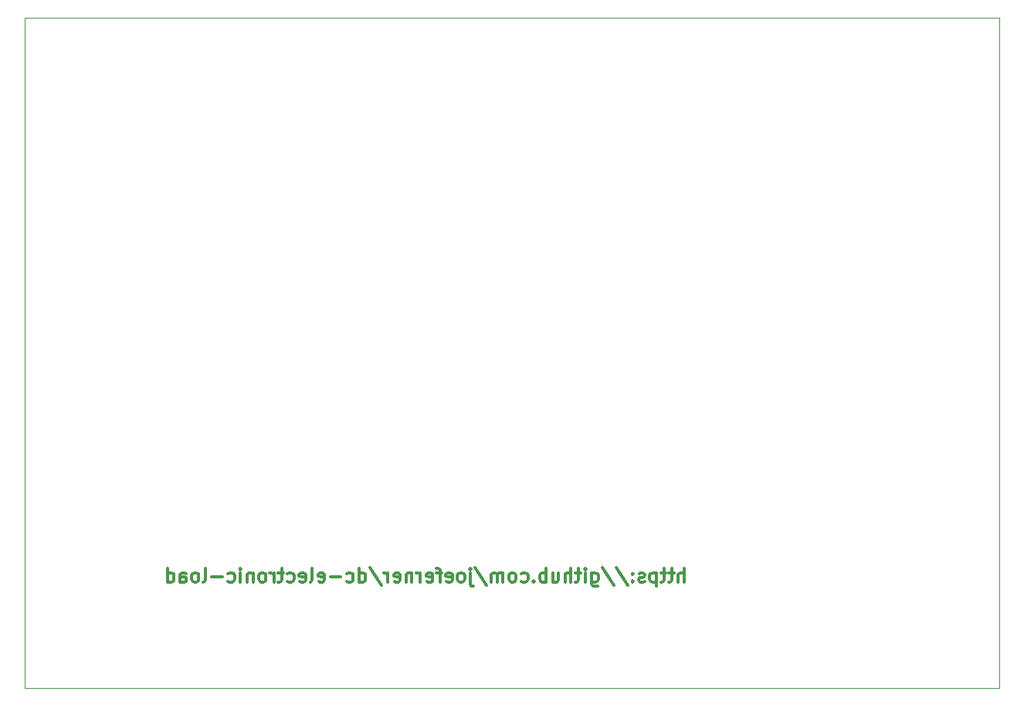
<source format=gbo>
%FSLAX46Y46*%
G04 Gerber Fmt 4.6, Leading zero omitted, Abs format (unit mm)*
G04 Created by KiCad (PCBNEW (2014-09-25 BZR 5147)-product) date Tue 30 Sep 2014 08:55:43 AM EDT*
%MOMM*%
G01*
G04 APERTURE LIST*
%ADD10C,0.100000*%
%ADD11C,0.300000*%
G04 APERTURE END LIST*
D10*
D11*
X172291429Y-127889111D02*
X172291429Y-126389111D01*
X171648572Y-127889111D02*
X171648572Y-127103397D01*
X171720001Y-126960540D01*
X171862858Y-126889111D01*
X172077143Y-126889111D01*
X172220001Y-126960540D01*
X172291429Y-127031969D01*
X171148572Y-126889111D02*
X170577143Y-126889111D01*
X170934286Y-126389111D02*
X170934286Y-127674826D01*
X170862858Y-127817683D01*
X170720000Y-127889111D01*
X170577143Y-127889111D01*
X170291429Y-126889111D02*
X169720000Y-126889111D01*
X170077143Y-126389111D02*
X170077143Y-127674826D01*
X170005715Y-127817683D01*
X169862857Y-127889111D01*
X169720000Y-127889111D01*
X169220000Y-126889111D02*
X169220000Y-128389111D01*
X169220000Y-126960540D02*
X169077143Y-126889111D01*
X168791429Y-126889111D01*
X168648572Y-126960540D01*
X168577143Y-127031969D01*
X168505714Y-127174826D01*
X168505714Y-127603397D01*
X168577143Y-127746254D01*
X168648572Y-127817683D01*
X168791429Y-127889111D01*
X169077143Y-127889111D01*
X169220000Y-127817683D01*
X167934286Y-127817683D02*
X167791429Y-127889111D01*
X167505714Y-127889111D01*
X167362857Y-127817683D01*
X167291429Y-127674826D01*
X167291429Y-127603397D01*
X167362857Y-127460540D01*
X167505714Y-127389111D01*
X167720000Y-127389111D01*
X167862857Y-127317683D01*
X167934286Y-127174826D01*
X167934286Y-127103397D01*
X167862857Y-126960540D01*
X167720000Y-126889111D01*
X167505714Y-126889111D01*
X167362857Y-126960540D01*
X166648571Y-127746254D02*
X166577143Y-127817683D01*
X166648571Y-127889111D01*
X166720000Y-127817683D01*
X166648571Y-127746254D01*
X166648571Y-127889111D01*
X166648571Y-126960540D02*
X166577143Y-127031969D01*
X166648571Y-127103397D01*
X166720000Y-127031969D01*
X166648571Y-126960540D01*
X166648571Y-127103397D01*
X164862857Y-126317683D02*
X166148571Y-128246254D01*
X163291428Y-126317683D02*
X164577142Y-128246254D01*
X162148570Y-126889111D02*
X162148570Y-128103397D01*
X162219999Y-128246254D01*
X162291427Y-128317683D01*
X162434284Y-128389111D01*
X162648570Y-128389111D01*
X162791427Y-128317683D01*
X162148570Y-127817683D02*
X162291427Y-127889111D01*
X162577141Y-127889111D01*
X162719999Y-127817683D01*
X162791427Y-127746254D01*
X162862856Y-127603397D01*
X162862856Y-127174826D01*
X162791427Y-127031969D01*
X162719999Y-126960540D01*
X162577141Y-126889111D01*
X162291427Y-126889111D01*
X162148570Y-126960540D01*
X161434284Y-127889111D02*
X161434284Y-126889111D01*
X161434284Y-126389111D02*
X161505713Y-126460540D01*
X161434284Y-126531969D01*
X161362856Y-126460540D01*
X161434284Y-126389111D01*
X161434284Y-126531969D01*
X160934284Y-126889111D02*
X160362855Y-126889111D01*
X160719998Y-126389111D02*
X160719998Y-127674826D01*
X160648570Y-127817683D01*
X160505712Y-127889111D01*
X160362855Y-127889111D01*
X159862855Y-127889111D02*
X159862855Y-126389111D01*
X159219998Y-127889111D02*
X159219998Y-127103397D01*
X159291427Y-126960540D01*
X159434284Y-126889111D01*
X159648569Y-126889111D01*
X159791427Y-126960540D01*
X159862855Y-127031969D01*
X157862855Y-126889111D02*
X157862855Y-127889111D01*
X158505712Y-126889111D02*
X158505712Y-127674826D01*
X158434284Y-127817683D01*
X158291426Y-127889111D01*
X158077141Y-127889111D01*
X157934284Y-127817683D01*
X157862855Y-127746254D01*
X157148569Y-127889111D02*
X157148569Y-126389111D01*
X157148569Y-126960540D02*
X157005712Y-126889111D01*
X156719998Y-126889111D01*
X156577141Y-126960540D01*
X156505712Y-127031969D01*
X156434283Y-127174826D01*
X156434283Y-127603397D01*
X156505712Y-127746254D01*
X156577141Y-127817683D01*
X156719998Y-127889111D01*
X157005712Y-127889111D01*
X157148569Y-127817683D01*
X155791426Y-127746254D02*
X155719998Y-127817683D01*
X155791426Y-127889111D01*
X155862855Y-127817683D01*
X155791426Y-127746254D01*
X155791426Y-127889111D01*
X154434283Y-127817683D02*
X154577140Y-127889111D01*
X154862854Y-127889111D01*
X155005712Y-127817683D01*
X155077140Y-127746254D01*
X155148569Y-127603397D01*
X155148569Y-127174826D01*
X155077140Y-127031969D01*
X155005712Y-126960540D01*
X154862854Y-126889111D01*
X154577140Y-126889111D01*
X154434283Y-126960540D01*
X153577140Y-127889111D02*
X153719998Y-127817683D01*
X153791426Y-127746254D01*
X153862855Y-127603397D01*
X153862855Y-127174826D01*
X153791426Y-127031969D01*
X153719998Y-126960540D01*
X153577140Y-126889111D01*
X153362855Y-126889111D01*
X153219998Y-126960540D01*
X153148569Y-127031969D01*
X153077140Y-127174826D01*
X153077140Y-127603397D01*
X153148569Y-127746254D01*
X153219998Y-127817683D01*
X153362855Y-127889111D01*
X153577140Y-127889111D01*
X152434283Y-127889111D02*
X152434283Y-126889111D01*
X152434283Y-127031969D02*
X152362855Y-126960540D01*
X152219997Y-126889111D01*
X152005712Y-126889111D01*
X151862855Y-126960540D01*
X151791426Y-127103397D01*
X151791426Y-127889111D01*
X151791426Y-127103397D02*
X151719997Y-126960540D01*
X151577140Y-126889111D01*
X151362855Y-126889111D01*
X151219997Y-126960540D01*
X151148569Y-127103397D01*
X151148569Y-127889111D01*
X149362855Y-126317683D02*
X150648569Y-128246254D01*
X148862854Y-126889111D02*
X148862854Y-128174826D01*
X148934283Y-128317683D01*
X149077140Y-128389111D01*
X149148568Y-128389111D01*
X148862854Y-126389111D02*
X148934283Y-126460540D01*
X148862854Y-126531969D01*
X148791426Y-126460540D01*
X148862854Y-126389111D01*
X148862854Y-126531969D01*
X147934282Y-127889111D02*
X148077140Y-127817683D01*
X148148568Y-127746254D01*
X148219997Y-127603397D01*
X148219997Y-127174826D01*
X148148568Y-127031969D01*
X148077140Y-126960540D01*
X147934282Y-126889111D01*
X147719997Y-126889111D01*
X147577140Y-126960540D01*
X147505711Y-127031969D01*
X147434282Y-127174826D01*
X147434282Y-127603397D01*
X147505711Y-127746254D01*
X147577140Y-127817683D01*
X147719997Y-127889111D01*
X147934282Y-127889111D01*
X146219997Y-127817683D02*
X146362854Y-127889111D01*
X146648568Y-127889111D01*
X146791425Y-127817683D01*
X146862854Y-127674826D01*
X146862854Y-127103397D01*
X146791425Y-126960540D01*
X146648568Y-126889111D01*
X146362854Y-126889111D01*
X146219997Y-126960540D01*
X146148568Y-127103397D01*
X146148568Y-127246254D01*
X146862854Y-127389111D01*
X145719997Y-126889111D02*
X145148568Y-126889111D01*
X145505711Y-127889111D02*
X145505711Y-126603397D01*
X145434283Y-126460540D01*
X145291425Y-126389111D01*
X145148568Y-126389111D01*
X144077140Y-127817683D02*
X144219997Y-127889111D01*
X144505711Y-127889111D01*
X144648568Y-127817683D01*
X144719997Y-127674826D01*
X144719997Y-127103397D01*
X144648568Y-126960540D01*
X144505711Y-126889111D01*
X144219997Y-126889111D01*
X144077140Y-126960540D01*
X144005711Y-127103397D01*
X144005711Y-127246254D01*
X144719997Y-127389111D01*
X143362854Y-127889111D02*
X143362854Y-126889111D01*
X143362854Y-127174826D02*
X143291426Y-127031969D01*
X143219997Y-126960540D01*
X143077140Y-126889111D01*
X142934283Y-126889111D01*
X142434283Y-126889111D02*
X142434283Y-127889111D01*
X142434283Y-127031969D02*
X142362855Y-126960540D01*
X142219997Y-126889111D01*
X142005712Y-126889111D01*
X141862855Y-126960540D01*
X141791426Y-127103397D01*
X141791426Y-127889111D01*
X140505712Y-127817683D02*
X140648569Y-127889111D01*
X140934283Y-127889111D01*
X141077140Y-127817683D01*
X141148569Y-127674826D01*
X141148569Y-127103397D01*
X141077140Y-126960540D01*
X140934283Y-126889111D01*
X140648569Y-126889111D01*
X140505712Y-126960540D01*
X140434283Y-127103397D01*
X140434283Y-127246254D01*
X141148569Y-127389111D01*
X139791426Y-127889111D02*
X139791426Y-126889111D01*
X139791426Y-127174826D02*
X139719998Y-127031969D01*
X139648569Y-126960540D01*
X139505712Y-126889111D01*
X139362855Y-126889111D01*
X137791427Y-126317683D02*
X139077141Y-128246254D01*
X136648569Y-127889111D02*
X136648569Y-126389111D01*
X136648569Y-127817683D02*
X136791426Y-127889111D01*
X137077140Y-127889111D01*
X137219998Y-127817683D01*
X137291426Y-127746254D01*
X137362855Y-127603397D01*
X137362855Y-127174826D01*
X137291426Y-127031969D01*
X137219998Y-126960540D01*
X137077140Y-126889111D01*
X136791426Y-126889111D01*
X136648569Y-126960540D01*
X135291426Y-127817683D02*
X135434283Y-127889111D01*
X135719997Y-127889111D01*
X135862855Y-127817683D01*
X135934283Y-127746254D01*
X136005712Y-127603397D01*
X136005712Y-127174826D01*
X135934283Y-127031969D01*
X135862855Y-126960540D01*
X135719997Y-126889111D01*
X135434283Y-126889111D01*
X135291426Y-126960540D01*
X134648569Y-127317683D02*
X133505712Y-127317683D01*
X132219998Y-127817683D02*
X132362855Y-127889111D01*
X132648569Y-127889111D01*
X132791426Y-127817683D01*
X132862855Y-127674826D01*
X132862855Y-127103397D01*
X132791426Y-126960540D01*
X132648569Y-126889111D01*
X132362855Y-126889111D01*
X132219998Y-126960540D01*
X132148569Y-127103397D01*
X132148569Y-127246254D01*
X132862855Y-127389111D01*
X131291426Y-127889111D02*
X131434284Y-127817683D01*
X131505712Y-127674826D01*
X131505712Y-126389111D01*
X130148570Y-127817683D02*
X130291427Y-127889111D01*
X130577141Y-127889111D01*
X130719998Y-127817683D01*
X130791427Y-127674826D01*
X130791427Y-127103397D01*
X130719998Y-126960540D01*
X130577141Y-126889111D01*
X130291427Y-126889111D01*
X130148570Y-126960540D01*
X130077141Y-127103397D01*
X130077141Y-127246254D01*
X130791427Y-127389111D01*
X128791427Y-127817683D02*
X128934284Y-127889111D01*
X129219998Y-127889111D01*
X129362856Y-127817683D01*
X129434284Y-127746254D01*
X129505713Y-127603397D01*
X129505713Y-127174826D01*
X129434284Y-127031969D01*
X129362856Y-126960540D01*
X129219998Y-126889111D01*
X128934284Y-126889111D01*
X128791427Y-126960540D01*
X128362856Y-126889111D02*
X127791427Y-126889111D01*
X128148570Y-126389111D02*
X128148570Y-127674826D01*
X128077142Y-127817683D01*
X127934284Y-127889111D01*
X127791427Y-127889111D01*
X127291427Y-127889111D02*
X127291427Y-126889111D01*
X127291427Y-127174826D02*
X127219999Y-127031969D01*
X127148570Y-126960540D01*
X127005713Y-126889111D01*
X126862856Y-126889111D01*
X126148570Y-127889111D02*
X126291428Y-127817683D01*
X126362856Y-127746254D01*
X126434285Y-127603397D01*
X126434285Y-127174826D01*
X126362856Y-127031969D01*
X126291428Y-126960540D01*
X126148570Y-126889111D01*
X125934285Y-126889111D01*
X125791428Y-126960540D01*
X125719999Y-127031969D01*
X125648570Y-127174826D01*
X125648570Y-127603397D01*
X125719999Y-127746254D01*
X125791428Y-127817683D01*
X125934285Y-127889111D01*
X126148570Y-127889111D01*
X125005713Y-126889111D02*
X125005713Y-127889111D01*
X125005713Y-127031969D02*
X124934285Y-126960540D01*
X124791427Y-126889111D01*
X124577142Y-126889111D01*
X124434285Y-126960540D01*
X124362856Y-127103397D01*
X124362856Y-127889111D01*
X123648570Y-127889111D02*
X123648570Y-126889111D01*
X123648570Y-126389111D02*
X123719999Y-126460540D01*
X123648570Y-126531969D01*
X123577142Y-126460540D01*
X123648570Y-126389111D01*
X123648570Y-126531969D01*
X122291427Y-127817683D02*
X122434284Y-127889111D01*
X122719998Y-127889111D01*
X122862856Y-127817683D01*
X122934284Y-127746254D01*
X123005713Y-127603397D01*
X123005713Y-127174826D01*
X122934284Y-127031969D01*
X122862856Y-126960540D01*
X122719998Y-126889111D01*
X122434284Y-126889111D01*
X122291427Y-126960540D01*
X121648570Y-127317683D02*
X120505713Y-127317683D01*
X119577141Y-127889111D02*
X119719999Y-127817683D01*
X119791427Y-127674826D01*
X119791427Y-126389111D01*
X118791427Y-127889111D02*
X118934285Y-127817683D01*
X119005713Y-127746254D01*
X119077142Y-127603397D01*
X119077142Y-127174826D01*
X119005713Y-127031969D01*
X118934285Y-126960540D01*
X118791427Y-126889111D01*
X118577142Y-126889111D01*
X118434285Y-126960540D01*
X118362856Y-127031969D01*
X118291427Y-127174826D01*
X118291427Y-127603397D01*
X118362856Y-127746254D01*
X118434285Y-127817683D01*
X118577142Y-127889111D01*
X118791427Y-127889111D01*
X117005713Y-127889111D02*
X117005713Y-127103397D01*
X117077142Y-126960540D01*
X117219999Y-126889111D01*
X117505713Y-126889111D01*
X117648570Y-126960540D01*
X117005713Y-127817683D02*
X117148570Y-127889111D01*
X117505713Y-127889111D01*
X117648570Y-127817683D01*
X117719999Y-127674826D01*
X117719999Y-127531969D01*
X117648570Y-127389111D01*
X117505713Y-127317683D01*
X117148570Y-127317683D01*
X117005713Y-127246254D01*
X115648570Y-127889111D02*
X115648570Y-126389111D01*
X115648570Y-127817683D02*
X115791427Y-127889111D01*
X116077141Y-127889111D01*
X116219999Y-127817683D01*
X116291427Y-127746254D01*
X116362856Y-127603397D01*
X116362856Y-127174826D01*
X116291427Y-127031969D01*
X116219999Y-126960540D01*
X116077141Y-126889111D01*
X115791427Y-126889111D01*
X115648570Y-126960540D01*
D10*
X100000000Y-139500000D02*
X100000000Y-66000000D01*
X206800000Y-139500000D02*
X100000000Y-139500000D01*
X206800000Y-66000000D02*
X206800000Y-139500000D01*
X100000000Y-66000000D02*
X206800000Y-66000000D01*
M02*

</source>
